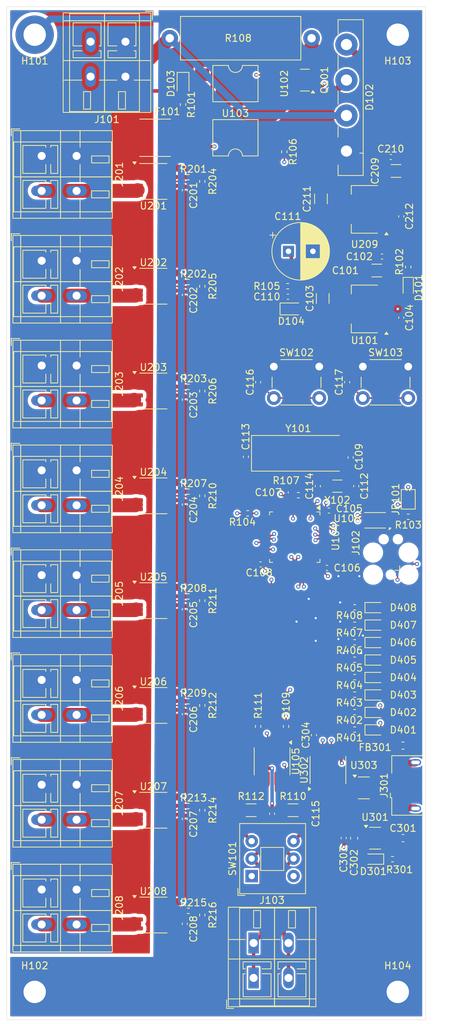
<source format=kicad_pcb>
(kicad_pcb (version 20240108) (generator "pcbnew") (generator_version "8.0")
  (layers (0 "F.Cu" signal) (1 "In1.Cu" signal) (2 "In2.Cu" signal) (31 "B.Cu" signal) (34 "B.Paste" user) (35 "F.Paste" user) (36 "B.SilkS" user "B.Silkscreen") (37 "F.SilkS" user "F.Silkscreen") (38 "B.Mask" user) (39 "F.Mask" user) (44 "Edge.Cuts" user))
  (net 0 "")
  (net 1 "GND")
  (net 2 "+3V3")
  (net 3 "+15V")
  (net 4 "Net-(U104-PD0)")
  (net 5 "Net-(D104-K)")
  (net 6 "+BATT")
  (net 7 "Net-(U104-PC14)")
  (net 8 "Net-(U104-PD1)")
  (net 9 "Net-(U104-PC15)")
  (net 10 "Net-(U105-SPLIT)")
  (net 11 "/~{RST}")
  (net 12 "/BTN")
  (net 13 "Net-(U201-FILTER)")
  (net 14 "Net-(U202-FILTER)")
  (net 15 "Net-(U203-FILTER)")
  (net 16 "Net-(U204-FILTER)")
  (net 17 "Net-(U205-FILTER)")
  (net 18 "Net-(U206-FILTER)")
  (net 19 "Net-(U207-FILTER)")
  (net 20 "+5V")
  (net 21 "Net-(J301-VBUS)")
  (net 22 "Net-(D301-A)")
  (net 23 "Net-(U302-V3)")
  (net 24 "Net-(D101-K)")
  (net 25 "-VSW")
  (net 26 "Net-(Q101-C)")
  (net 27 "Net-(D103-K)")
  (net 28 "Net-(D301-K)")
  (net 29 "Net-(D401-K)")
  (net 30 "/LED/LED1")
  (net 31 "Net-(D402-K)")
  (net 32 "/LED/LED2")
  (net 33 "Net-(D403-K)")
  (net 34 "/LED/LED3")
  (net 35 "/LED/LED4")
  (net 36 "Net-(D404-K)")
  (net 37 "Net-(D405-K)")
  (net 38 "/LED/LED5")
  (net 39 "Net-(D406-K)")
  (net 40 "/LED/LED6")
  (net 41 "Net-(D407-K)")
  (net 42 "/LED/LED7")
  (net 43 "Net-(D408-K)")
  (net 44 "/LED/LED8")
  (net 45 "+VSW")
  (net 46 "Net-(J301-Shield)")
  (net 47 "/SWO")
  (net 48 "/SWDIO")
  (net 49 "/SWCLK")
  (net 50 "Net-(J103-Pin_2)")
  (net 51 "Net-(J103-Pin_1)")
  (net 52 "Net-(J201-Pin_2)")
  (net 53 "Net-(U208-FILTER)")
  (net 54 "Net-(J202-Pin_2)")
  (net 55 "Net-(J203-Pin_2)")
  (net 56 "Net-(J204-Pin_2)")
  (net 57 "Net-(J205-Pin_2)")
  (net 58 "Net-(J206-Pin_2)")
  (net 59 "Net-(J207-Pin_2)")
  (net 60 "Net-(J208-Pin_2)")
  (net 61 "Net-(U208-VIOUT)")
  (net 63 "Net-(J301-D+)")
  (net 64 "Net-(J301-D-)")
  (net 65 "/BOOT0")
  (net 66 "Net-(Q101-E)")
  (net 67 "Net-(Q101-B)")
  (net 68 "/PROBE")
  (net 69 "Net-(R106-Pad2)")
  (net 70 "/ACK")
  (net 71 "Net-(U105-TXD)")
  (net 72 "/CAN_TX")
  (net 73 "Net-(R110-Pad1)")
  (net 74 "/CAN_RX")
  (net 75 "Net-(U105-RXD)")
  (net 76 "Net-(R112-Pad2)")
  (net 77 "Net-(U201-VIOUT)")
  (net 78 "/SENSE6")
  (net 79 "/SENSE0")
  (net 80 "Net-(U202-VIOUT)")
  (net 81 "/SENSE4")
  (net 82 "Net-(U203-VIOUT)")
  (net 83 "Net-(U204-VIOUT)")
  (net 84 "/SENSE7")
  (net 85 "Net-(U205-VIOUT)")
  (net 86 "/SENSE1")
  (net 87 "Net-(U206-VIOUT)")
  (net 88 "/SENSE5")
  (net 89 "/SENSE2")
  (net 90 "Net-(U207-VIOUT)")
  (net 91 "/SENSE3")
  (net 94 "/Serial/RXD")
  (net 96 "/STB")
  (net 97 "/SCL")
  (net 101 "/SDA")
  (net 102 "/Serial/TXD")
  (net 108 "Net-(U302-UD+)")
  (net 109 "Net-(U302-UD-)")
  (footprint "Capacitor_SMD:C_0402_1005Metric" (layer "F.Cu") (at 126.15 102.1125)
    (property "Reference" "C105")
    (property "Value" "100n")
  )
  (footprint "Capacitor_SMD:C_0402_1005Metric" (layer "F.Cu") (at 124 134.25 90)
    (property "Reference" "C304")
    (property "Value" "100n")
  )
  (footprint "Package_SO:SOIC-8_3.9x4.9mm_P1.27mm" (layer "F.Cu") (at 101 160)
    (property "Reference" "U208")
    (property "Value" "ACS712ELCTR-05B")
  )
  (footprint "TerminalBlock_WAGO:TerminalBlock_WAGO_236-402_1x02_P5.00mm_45Degree" (layer "F.Cu") (at 90 66.35 -90)
    (property "Reference" "J202")
    (property "Value" "track5")
  )
  (footprint "TerminalBlock_WAGO:TerminalBlock_WAGO_236-402_1x02_P5.00mm_45Degree" (layer "F.Cu") (at 90 141.35 -90)
    (property "Reference" "J207")
    (property "Value" "track3")
  )
  (footprint "Capacitor_SMD:C_0402_1005Metric" (layer "F.Cu") (at 125.85 110.3125)
    (property "Reference" "C106")
    (property "Value" "100n")
  )
  (footprint "Button_Switch_THT:SW_PUSH_6mm" (layer "F.Cu") (at 131 81.5)
    (property "Reference" "SW103")
    (property "Value" "User")
  )
  (footprint "Resistor_SMD:R_0402_1005Metric" (layer "F.Cu") (at 129.825 130.955 180)
    (property "Reference" "R402")
    (property "Value" "1k")
  )
  (footprint "Button_Switch_THT:SW_PUSH_6mm" (layer "F.Cu") (at 118.25 81.5)
    (property "Reference" "SW102")
    (property "Value" "Reset")
  )
  (footprint "Package_SO:SOP-8_3.9x4.9mm_P1.27mm" (layer "F.Cu") (at 126 139.25 90)
    (property "Reference" "U302")
    (property "Value" "CH340N")
  )
  (footprint "Diode_SMD:D_SOD-323" (layer "F.Cu") (at 120.75 73.25)
    (property "Reference" "D104")
    (property "Value" "1N4148WS")
  )
  (footprint "MountingHole:MountingHole_3.2mm_M3_ISO14580_Pad" (layer "F.Cu") (at 136 34 180)
    (property "Reference" "H103")
    (property "Value" "~")
  )
  (footprint "Resistor_SMD:R_0402_1005Metric" (layer "F.Cu") (at 106 54.4)
    (property "Reference" "R201")
    (property "Value" "2k")
  )
  (footprint "Connector:Tag-Connect_TC2030-IDC-FP_2x03_P1.27mm_Vertical" (layer "F.Cu") (at 135 108.75 90)
    (property "Reference" "J102")
    (property "Value" "Debug")
  )
  (footprint "Resistor_SMD:R_0402_1005Metric" (layer "F.Cu") (at 106 159.4)
    (property "Reference" "R215")
    (property "Value" "2k")
  )
  (footprint "Package_SO:SOIC-8_3.9x4.9mm_P1.27mm" (layer "F.Cu") (at 101 85)
    (property "Reference" "U203")
    (property "Value" "ACS712ELCTR-05B")
  )
  (footprint "TerminalBlock_WAGO:TerminalBlock_WAGO_236-402_1x02_P5.00mm_45Degree" (layer "F.Cu") (at 90 156.35 -90)
    (property "Reference" "J208")
    (property "Value" "track4")
  )
  (footprint "LED_SMD:LED_0603_1608Metric" (layer "F.Cu") (at 137.5 70.2125 -90)
    (property "Reference" "D101")
    (property "Value" "LED")
  )
  (footprint "Crystal:Crystal_SMD_3215-2Pin_3.2x1.5mm" (layer "F.Cu") (at 127.35 98.6125 180)
    (property "Reference" "Y102")
    (property "Value" "32k")
  )
  (footprint "Capacitor_SMD:C_0402_1005Metric" (layer "F.Cu") (at 105.5 131.25 -90)
    (property "Reference" "C206")
    (property "Value" "100n")
  )
  (footprint "Resistor_SMD:R_0402_1005Metric" (layer "F.Cu") (at 129.825 133.455 180)
    (property "Reference" "R401")
    (property "Value" "1k")
  )
  (footprint "LED_SMD:LED_0603_1608Metric" (layer "F.Cu") (at 132.7875 131)
    (property "Reference" "D402")
    (property "Value" "LED")
  )
  (footprint "Capacitor_SMD:C_1206_3216Metric" (layer "F.Cu") (at 125 57.5 90)
    (property "Reference" "C211")
    (property "Value" "10µ")
  )
  (footprint "Resistor_SMD:R_0402_1005Metric" (layer "F.Cu") (at 129.825 115.955 180)
    (property "Reference" "R408")
    (property "Value" "1k")
  )
  (footprint "Capacitor_SMD:C_0402_1005Metric" (layer "F.Cu") (at 105.5 71.25 -90)
    (property "Reference" "C202")
    (property "Value" "100n")
  )
  (footprint "Capacitor_SMD:C_0402_1005Metric" (layer "F.Cu") (at 128.25 148.98 90)
    (property "Reference" "C303")
    (property "Value" "100n")
  )
  (footprint "Capacitor_SMD:C_0402_1005Metric" (layer "F.Cu") (at 105.5 86.25 -90)
    (property "Reference" "C203")
    (property "Value" "100n")
  )
  (footprint "Capacitor_SMD:C_0402_1005Metric" (layer "F.Cu") (at 135 51.5)
    (property "Reference" "C210")
    (property "Value" "100n")
  )
  (footprint "Diode_SMD:D_SOD-323" (layer "F.Cu") (at 105.25 41 -90)
    (property "Reference" "D103")
    (property "Value" "1N4148WS")
  )
  (footprint "Fuse:Fuse_2920_7451Metric" (layer "F.Cu") (at 101.25 48.75)
    (property "Reference" "F101")
    (property "Value" "Polyfuse_Small")
  )
  (footprint "Package_TO_SOT_SMD:SOT-23" (layer "F.Cu") (at 122.6875 40.5 180)
    (property "Reference" "Q101")
    (property "Value" "BC860")
  )
  (footprint "Capacitor_SMD:C_1206_3216Metric" (layer "F.Cu") (at 133 67.75 180)
    (property "Reference" "C101")
    (property "Value" "10µ")
  )
  (footprint "TerminalBlock_WAGO:TerminalBlock_WAGO_236-402_1x02_P5.00mm_45Degree" (layer "F.Cu") (at 115.35 164)
    (property "Reference" "J103")
    (property "Value" "CAN")
  )
  (footprint "LED_SMD:LED_0603_1608Metric" (layer "F.Cu") (at 132.7875 121)
    (property "Reference" "D406")
    (property "Value" "LED")
  )
  (footprint "Package_DIP:SMDIP-4_W9.53mm" (layer "F.Cu") (at 112.75 41)
    (property "Reference" "U102")
    (property "Value" "EL817S1(C)(TU)-F")
  )
  (footprint "Resistor_SMD:R_0402_1005Metric" (layer "F.Cu") (at 106 69.4)
    (property "Reference" "R202")
    (property "Value" "2k")
  )
  (footprint "Package_SO:SOIC-8_3.9x4.9mm_P1.27mm" (layer "F.Cu") (at 101 70)
    (property "Reference" "U202")
    (property "Value" "ACS712ELCTR-05B")
  )
  (footprint "Resistor_SMD:R_0402_1005Metric" (layer "F.Cu") (at 129.825 123.455 180)
    (property "Reference" "R405")
    (property "Value" "1k")
  )
  (footprint "Capacitor_SMD:C_0402_1005Metric" (layer "F.Cu") (at 105.5 161.25 -90)
    (property "Reference" "C208")
    (property "Value" "100n")
  )
  (footprint "Resistor_SMD:R_0402_1005Metric" (layer "F.Cu") (at 106 84.4)
    (property "Reference" "R203")
    (property "Value" "2k")
  )
  (footprint "Package_TO_SOT_SMD:SOT-23-3" (layer "F.Cu") (at 132.75 149)
    (property "Reference" "U301")
    (property "Value" "XC6206P332MR")
  )
  (footprint "Resistor_SMD:R_0402_1005Metric" (layer "F.Cu") (at 135.25 152 180)
    (property "Reference" "R301")
    (property "Value" "1k")
  )
  (footprint "Package_SO:SOIC-8_3.9x4.9mm_P1.27mm" (layer "F.Cu") (at 101 115)
    (property "Reference" "U205")
    (property "Value" "ACS712ELCTR-05B")
  )
  (footprint "Package_SO:SOIC-8_3.9x4.9mm_P1.27mm" (layer "F.Cu") (at 118 138 -90)
    (property "Reference" "U105")
    (property "Value" "TJA1042T")
  )
  (footprint "MountingHole:MountingHole_3.2mm_M3_ISO14580_Pad" (layer "F.Cu") (at 84 34 180)
    (property "Reference" "H101")
    (property "Value" "~")
  )
  (footprint "Package_QFP:LQFP-48_7x7mm_P0.5mm" (layer "F.Cu") (at 121.25 105.9125 -90)
    (property "Reference" "U104")
    (property "Value" "STM32F103CBTx")
  )
  (footprint "Capacitor_SMD:C_0402_1005Metric" (layer "F.Cu") (at 116.35 109.8125 180)
    (property "Reference" "C108")
    (property "Value" "100n")
  )
  (footprint "LED_SMD:LED_0603_1608Metric" (layer "F.Cu") (at 132.7875 128.5)
    (property "Reference" "D403")
    (property "Value" "LED")
  )
  (footprint "Resistor_SMD:R_0402_1005Metric" (layer "F.Cu") (at 108 145 90)
    (property "Reference" "R214")
    (property "Value" "10k")
  )
  (footprint "Resistor_SMD:R_0402_1005Metric" (layer "F.Cu") (at 129.825 128.455 180)
    (property "Reference" "R403")
    (property "Value" "1k")
  )
  (footprint "Resistor_SMD:R_1206_3216Metric" (layer "F.Cu") (at 121 145 180)
    (property "Reference" "R110")
    (property "Value" "60")
  )
  (footprint "Resistor_SMD:R_0402_1005Metric" (layer "F.Cu") (at 119.75 50.75 90)
    (property "Reference" "R106")
    (property "Value" "1k")
  )
  (footprint "Resistor_SMD:R_1206_3216Metric" (layer "F.Cu") (at 115 145 180)
    (property "Reference" "R112")
    (property "Value" "60")
  )
  (footprint "Resistor_SMD:R_0402_1005Metric" (layer "F.Cu") (at 108 100 90)
    (property "Reference" "R210")
    (property "Value" "10k")
  )
  (footprint "LED_SMD:LED_0603_1608Metric" (layer "F.Cu") (at 132.7875 126)
    (property "Reference" "D404")
    (property "Value" "LED")
  )
  (footprint "Resistor_SMD:R_0402_1005Metric" (layer "F.Cu") (at 121.76 99.9125 180)
    (property "Reference" "R107")
    (property "Value" "1M")
  )
  (footprint "Resistor_SMD:R_0402_1005Metric" (layer "F.Cu") (at 129.825 125.955 180)
    (property "Reference" "R404")
    (property "Value" "1k")
  )
  (footprint "Capacitor_SMD:C_0402_1005Metric" (layer "F.Cu") (at 129.25 94.5125 90)
    (property "Reference" "C109")
    (property "Value" "20p")
  )
  (footprint "LED_SMD:LED_0603_1608Metric" (layer "F.Cu") (at 132.7875 118.5)
    (property "Reference" "D407")
    (property "Value" "LED")
  )
  (footprint "TerminalBlock_WAGO:TerminalBlock_WAGO_236-402_1x02_P5.00mm_45Degree" (layer "F.Cu") (at 90 126.35 -90)
    (property "Reference" "J206")
    (property "Value" "track8")
  )
  (footprint "Capacitor_SMD:C_0402_1005Metric" (layer "F.Cu") (at 128.75 83.73 90)
    (property "Reference" "C117")
    (property "Value" "100n")
  )
  (footprint "Resistor_SMD:R_0402_1005Metric" (layer "F.Cu") (at 108 70 90)
    (property "Reference" "R205")
    (property "Value" "10k")
  )
  (footprint "Resistor_SMD:R_0402_1005Metric" (layer "F.Cu") (at 114.5 102.5 180)
    (property "Reference" "R104")
    (property "Value" "1k")
  )
  (footprint "TerminalBlock_WAGO:TerminalBlock_WAGO_236-402_1x02_P5.00mm_45Degree" (layer "F.Cu") (at 90 111.35 -90)
    (property "Reference" "J205")
    (property "Value" "track6")
  )
  (footprint "Capacitor_SMD:C_0402_1005Metric" (layer "F.Cu") (at 114.25 94.4125 90)
    (property "Reference" "C113")
    (property "Value" "20p")
  )
  (footprint "TerminalBlock_WAGO:TerminalBlock_WAGO_236-402_1x02_P5.00mm_45Degree" (layer "F.Cu") (at 90 51.35 -90)
    (property "Reference" "J201")
    (property "Value" "track1")
  )
  (footprint "TerminalBlock_WAGO:TerminalBlock_WAGO_236-402_1x02_P5.00mm_45Degree" (layer "F.Cu") (at 90 81.35 -90)
    (property "Reference" "J203")
    (property "Value" "track7")
  )
  (footprint "Capacitor_SMD:C_0402_1005Metric" (layer "F.Cu") (at 120.27 71.5)
    (property "Reference" "C110")
    (property "Value" "100n")
  )
  (footprint "Capacitor_THT:CP_Radial_D8.0mm_P3.50mm" (layer "F.Cu") (at 120.347349 65)
    (property "Reference" "C111")
    (property "Value" "1F")
  )
  (footprint "Connector_USB:USB_Micro-B_Amphenol_10118193-0001LF_Horizontal" (layer "F.Cu") (at 138.55 141.45 90)
    (property "Reference" "J301")
    (property "Value" "USB_B_Micro")
  )
  (footprint "Resistor_SMD:R_0402_1005Metric" (layer "F.Cu") (at 116 133 90)
    (property "Reference" "R111")
    (property "Value" "100")
  )
  (footprint "Package_TO_SOT_SMD:SOT-223-3_TabPin2" (layer "F.Cu") (at 131.25 59 180)
    (property "Reference" "U209")
    (property "Value" "AMS1117-5.0")
  )
  (footprint "Resistor_SMD:R_0402_1005Metric" (layer "F.Cu") (at 108 85 90)
    (property "Reference" "R206")
    (property "Value" "10k")
  )
  (footprint "Package_SO:SOIC-8_3.9x4.9mm_P1.27mm" (layer "F.Cu") (at 101 145)
    (property "Reference" "U207")
    (property "Value" "ACS712ELCTR-05B")
  )
  (footprint "Capacitor_SMD:C_0603_1608Metric" (layer "F.Cu") (at 136.75 149)
    (property "Reference" "C301")
    (property "Value" "1µ")
  )
  (footprint "Resistor_SMD:R_0402_1005Metric" (layer "F.Cu") (at 129.825 118.455 180)
    (property "Reference" "R407")
    (property "Value" "1k")
  )
  (footprint "Capacitor_SMD:C_0402_1005Metric" (layer "F.Cu") (at 105.5 56.25 -90)
    (property "Reference" "C201")
    (property "Value" "100n")
  )
  (footprint "MountingHole:MountingHole_3.2mm_M3_ISO14580_Pad" (layer "F.Cu") (at 136 171)
    (property "Reference" "H104")
    (property "Value" "~")
  )
  (footprint "Resistor_SMD:R_0402_1005Metric" (layer "F.Cu") (at 105.25 44 -90)
    (property "Reference" "R101")
    (property "Value" "1k")
  )
  (footprint "Crystal:Crystal_SMD_HC49-SD" (layer "F.Cu") (at 121.75 93.9125)
    (property "Reference" "Y101")
    (property "Value" "8MHz")
  )
  (footprint "Package_SO:SOIC-8_3.9x4.9mm_P1.27mm" (layer "F.Cu") (at 101 130)
    (property "Reference" "U206")
    (property "Value" "ACS712ELCTR-05B")
  )
  (footprint "Resistor_SMD:R_0402_1005Metric" (layer "F.Cu") (at 120.24 70)
    (property "Reference" "R105")
    (property "Value" "1k")
  )
  (footprint "Inductor_SMD:L_0603_1608Metric" (layer "F.Cu") (at 136.75 135.75)
    (property "Reference" "FB301")
    (property "Value" "FerriteBead_Small")
  )
  (footprint "MountingHole:MountingHole_3.2mm_M3_ISO14580_Pad" (layer "F.Cu") (at 84 171)
    (property "Reference" "H102")
    (property "Value" "~")
  )
  (footprint "Resistor_SMD:R_0402_1005Metric" (layer "F.Cu") (at 137.495 67.2525 90)
    (property "Reference" "R102")
    (property "Value" "1k")
  )
  (footprint "Resistor_SMD:R_0402_1005Metric" (layer "F.Cu") (at 137.5 103 180)
    (property "Reference" "R103")
    (property "Value" "10k")
  )
  (footprint "Diode_THT:Diode_Bridge_Vishay_GBU" (layer "F.Cu") (at 128.65 50.65 90)
    (property "Reference" "D102")
    (property "Value" "GBU8A")
  )
  (footprint "LED_SMD:LED_0603_1608Metric" (layer "F.Cu") (at 132.5 152 180)
    (property "Reference" "D301")
    (property "Value" "LED")
  )
  (footprint "Package_SO:SOIC-8_3.9x4.9mm_P1.27mm" (layer "F.Cu") (at 101 55)
    (property "Reference" "U201")
    (property "Value" "ACS712ELCTR-05B")
  )
  (footprint "Resistor_SMD:R_0402_1005Metric" (layer "F.Cu") (at 108 130 90)
    (property "Reference" "R212")
    (property "Value" "10k")
  )
  (footprint "Resistor_SMD:R_0402_1005Metric" (layer "F.Cu") (at 108 115 90)
    (property "Reference" "R211")
    (property "Value" "10k")
  )
  (footprint "Resistor_SMD:R_0402_1005Metric" (layer "F.Cu") (at 106 144.4)
    (property "Reference" "R213")
    (property "Value" "2k")
  )
  (footprint "Resistor_THT:R_Axial_DIN0617_L17.0mm_D6.0mm_P20.32mm_Horizontal" (layer "F.Cu") (at 123.66 34.5 180)
    (property "Reference" "R108")
    (property "Value" "100")
  )
  (footprint "Capacitor_SMD:C_0402_1005Metric" (layer "F.Cu") (at 133.75 65.75 180)
    (property "Reference" "C102")
    (property "Value" "100n")
  )
  (footprint "TerminalBlock_WAGO:TerminalBlock_WAGO_236-402_1x02_P5.00mm_45Degree" (layer "F.Cu") (at 97 40 180)
    (property "Reference" "J101")
    (property "Value" "Power IN")
  )
  (footprint "Capacitor_SMD:C_0603_1608Metric" (layer "F.Cu") (at 129.75 149 90)
    (property "Reference" "C302")
    (property "Value" "1µ")
  )
  (footprint "Capacitor_SMD:C_0402_1005Metric" (layer "F.Cu") (at 119.95 99.5125 90)
    (property "Reference" "C107")
    (property "Value" "100n")
  )
  (footprint "Package_DFN_QFN:DFN-8-1EP_3x2mm_P0.5mm_EP1.3x1.5mm" (layer "F.Cu") (at 132.75 103.5 180)
    (property "Reference" "U106")
    (property "Value" "ATECC608B-MAVDA-S")
  )
  (footprint "TerminalBlock_WAGO:TerminalBlock_WAGO_236-402_1x02_P5.00mm_45Degree" (layer "F.Cu") (at 90 96.35 -90)
    (property "Reference" "J204")
    (property "Value" "track2")
  )
  (footprint "Capacitor_SMD:C_0402_1005Metric" (layer "F.Cu") (at 136.5 60 -90)
    (property "Reference" "C212")
    (property "Value" "100n")
  )
  (footprint "Resistor_SMD:R_0402_1005Metric" (layer "F.Cu") (at 129.825 120.955 180)
    (property "Reference" "R406")
    (property "Value" "1k")
  )
  (footprint "Capacitor_SMD:C_0402_1005Metric" (layer "F.Cu") (at 118 145.5 90)
    (property "Reference" "C115")
    (property "Value" "4n7")
  )
  (footprint "Package_TO_SOT_SMD:SOT-23-6" (layer "F.Cu") (at 131.1375 141.8)
    (property "Reference" "U303")
    (property "Value" "USBLC6-2SC6")
  )
  (footprint "Package_DIP:SMDIP-4_W9.53mm" (layer "F.Cu") (at 112.75 48.75 180)
    (property "Reference" "U103")
    (property "Value" "EL817S1(C)(TU)-F")
  )
  (footprint "LED_SMD:LED_0603_1608Metric" (layer "F.Cu") (at 132.7875 133.5)
    (property "Reference" "D401")
    (property "Value" "LED")
  )
  (footprint "Capacitor_SMD:C_0402_1005Metric" (layer "F.Cu") (at 105.5 116.25 -90)
    (property "Reference" "C205")
    (property "Value" "100n")
  )
  (footprint "Resistor_SMD:R_0402_1005Metric" (layer "F.Cu") (at 108 160 90)
    (property "Reference" "R216")
    (property "Value" "10k")
  )
  (footprint "Capacitor_SMD:C_0402_1005Metric" (layer "F.Cu") (at 105.5 146.25 -90)
    (property "Reference" "C207")
    (property "Value" "100n")
  )
  (footprint "LED_SMD:LED_0603_1608Metric" (layer "F.Cu") (at 132.7875 123.5)
    (property "Reference" "D405")
    (property "Value" "LED")
  )
  (footprint "Resistor_SMD:R_0402_1005Metric" (layer "F.Cu") (at 106 114.4)
    (property "Reference" "R208")
    (property "Value" "2k")
  )
  (footprint "Resistor_SMD:R_0402_1005Metric" (layer "F.Cu") (at 120 133 90)
    (property "Reference" "R109")
    (property "Value" "100")
  )
  (footprint "Package_TO_SOT_SMD:SOT-223-3_TabPin2" (layer "F.Cu") (at 131.25 73.25 180)
    (property "Reference" "U101")
    (property "Value" "AMS1117-3.3")
  )
  (footprint "Capacitor_SMD:C_0402_1005Metric" (layer "F.Cu") (at 130.05 98.6125 -90)
    (property "Reference" "C112")
    (property "Value" "12p")
  )
  (footprint "Capacitor_SMD:C_0402_1005Metric" (layer "F.Cu") (at 116 83.73 90)
    (property "Reference" "C116")
    (property "Value" "100n")
  )
  (footprint "Capacitor_SMD:C_0402_1005Metric" (layer "F.Cu") (at 105.5 101.25 -90)
    (property "Reference" "C204")
    (property "Value" "100n")
  )
  (footprint "Capacitor_SMD:C_0402_1005Metric" (layer "F.Cu") (at 124.55 98.6125 -90)
    (property "Reference" "C114")
    (property "Value" "12p")
  )
  (footprint "LED_SMD:LED_0603_1608Metric" (layer "F.Cu") (at 132.7875 116)
    (property "Reference" "D408")
    (property "Value" "LED")
  )
  (footprint "Jumper:SolderJumper-2_P1.3mm_Open_Pad1.0x1.5mm" (layer "F.Cu") (at 137.5 100.5 90)
    (property "Reference" "JP101")
    (property "Value" "Boot0")
  )
  (footprint "Capacitor_SMD:C_1206_3216Metric" (layer "F.Cu") (at 135.75 53.5)
    (property "Reference" "C209")
    (property "Value" "10µ")
  )
  (footprint "Resistor_SMD:R_0402_1005Metric" (layer "F.Cu") (at 108 55 90)
    (property "Reference" "R204")
    (property "Value" "10k")
  )
  (footprint "Package_SO:SOIC-8_3.9x4.9mm_P1.27mm" (layer "F.Cu") (at 101 100)
    (property "Reference" "U204")
    (property "Value" "ACS712ELCTR-05B")
  )
  (footprint "Resistor_SMD:R_0402_1005Metric" (layer "F.Cu") (at 106 99.4)
    (property "Reference" "R207")
    (property "Value" "2k")
  )
  (footprint "Resistor_SMD:R_0402_1005Metric" (layer "F.Cu") (at 106 129.4)
    (property "Reference" "R209")
    (property "Value" "2k")
  )
  (footprint "Button_Switch_THT:SW_Push_2P2T_Toggle_CK_PVA2xxH1xxxxxxV2" (layer "F.Cu") (at 115.0775 154.4225 90)
    (property "Reference" "SW101")
    (property "Value" "Term")
  )
  (footprint "Capacitor_SMD:C_0402_1005Metric" (layer "F.Cu") (at 136.5 74.5 -90)
    (property "Reference" "C104")
    (property "Value" "100n")
  )
  (footprint "Capacitor_SMD:C_1206_3216Metric" (layer "F.Cu") (at 125.25 71.75 90)
    (property "Reference" "C103")
    (property "Value" "10µ")
  )
  (gr_line (start 80 30) (end 140 30) (stroke (width 0.05)) (layer "Edge.Cuts"))
  (gr_line (start 140 175) (end 80 175) (stroke (width 0.05)) (layer "Edge.Cuts"))
  (gr_line (start 140 175) (end 140 30) (stroke (width 0.05)) (layer "Edge.Cuts"))
  (gr_line (start 80 30) (end 80 175) (stroke (width 0.05)) (layer "Edge.Cuts"))
  (via (at 124.25 120.75) (size 0.6) (drill 0.3) (layers "F.Cu" "B.Cu") (net 1))
  (via (at 128.25 122.5) (size 0.6) (drill 0.3) (layers "F.Cu" "B.Cu") (net 1))
  (via (at 127.5 120.5) (size 0.6) (drill 0.3) (layers "F.Cu" "B.Cu") (net 1))
  (via (at 127.75 118) (size 0.6) (drill 0.3) (layers "F.Cu" "B.Cu") (net 1))
  (via (at 130.5 111.5) (size 0.6) (drill 0.3) (layers "F.Cu" "B.Cu") (net 1))
  (via (at 130.75 122.5) (size 0.6) (drill 0.3) (layers "F.Cu" "B.Cu") (net 1))
  (via (at 124.25 117.5) (size 0.6) (drill 0.3) (layers "F.Cu" "B.Cu") (net 1))
  (via (at 131 120) (size 0.6) (drill 0.3) (layers "F.Cu" "B.Cu") (net 1))
  (via (at 121.5 118) (size 0.6) (drill 0.3) (layers "F.Cu" "B.Cu") (net 1))
  (via (at 123.25 114.75) (size 0.6) (drill 0.3) (layers "F.Cu" "B.Cu") (net 1))
  (via (at 127.75 115.25) (size 0.6) (drill 0.3) (layers "F.Cu" "B.Cu") (net 1))
  (via (at 127.5 111.5) (size 0.6) (drill 0.3) (layers "F.Cu" "B.Cu") (net 1))
  (segment (start 86.25 31.75) (end 103.5 31.75) (width 1) (layer "B.Cu") (net 1))
  (segment (start 84 34) (end 86.25 31.75) (width 1) (layer "B.Cu") (net 1))
  (segment (start 134.4 73.25) (end 125.275 73.25) (width 1) (layer "F.Cu") (net 2))
  (segment (start 116.83 110.58) (end 117 110.75) (width 0.2) (layer "F.Cu") (net 2))
  (segment (start 136 73.25) (end 137.5 71.75) (width 1) (layer "F.Cu") (net 2))
  (segment (start 125.275 73.25) (end 125.25 73.225) (width 1) (layer "F.Cu") (net 2))
  (segment (start 137.5 71.75) (end 137.5 71) (width 1) (layer "F.Cu") (net 2))
  (segment (start 117.365 135.525) (end 117.365 134.115) (width 0.2) (layer "F.Cu") (net 2))
  (segment (start 116.83 109.8125) (end 116.83 110.58) (width 0.2) (layer "F.Cu") (net 2))
  (segment (start 134.4 73.25) (end 135.75 73.25) (width 1) (layer "F.Cu") (net 2))
  (segment (start 135.962165 112.017443) (end 135.962165 110.347165) (width 0.2) (layer "F.Cu") (net 2))
  (segment (start 126.511029 103.1625) (end 125.4125 103.1625) (width 0.2) (layer "F.Cu") (net 2))
  (segment (start 119.4925 99.9925) (end 119.25 99.75) (width 0.2) (layer "F.Cu") (net 2))
  (segment (start 125.67 102.1125) (end 125.67 101.08) (width 0.2) (layer "F.Cu") (net 2))
  (segment (start 135.75 73.25) (end 136 73.25) (width 1) (layer "F.Cu") (net 2))
  (segment (start 137.5 99.85) (end 137.5 98.75) (width 0.2) (layer "F.Cu") (net 2))
  (segment (start 125.37 110.3125) (end 125.37 110.87) (width 0.2) (layer "F.Cu") (net 2))
  (segment (start 120 101.75) (end 120 100.0425) (width 0.2) (layer "F.Cu") (net 2))
  (segment (start 125.37 110.87) (end 126 111.5) (width 0.2) (layer "F.Cu") (net 2))
  (segment (start 121.825 73.225) (end 121.8 73.25) (width 1) (layer "F.Cu") (net 2))
  (segment (start 131.3 104.25) (end 127.598529 104.25) (width 0.2) (layer "F.Cu") (net 2))
  (segment (start 125.67 101.08) (end 125.75 101) (width 0.2) (layer "F.Cu") (net 2))
  (segment (start 135.75 73.25) (end 136.5 74) (width 1) (layer "F.Cu") (net 2))
  (segment (start 124 110.075) (end 125.1325 110.075) (width 0.2) (layer "F.Cu") (net 2))
  (segment (start 119.95 99.9925) (end 119.4925 99.9925) (width 0.2) (layer "F.Cu") (net 2))
  (segment (start 113.99 102.5) (end 113 102.5) (width 0.2) (layer "F.Cu") (net 2))
  (segment (start 127.598529 104.25) (end 126.511029 103.1625) (width 0.2) (layer "F.Cu") (net 2))
  (segment (start 117.365 134.115) (end 117.25 134) (width 0.2) (layer "F.Cu") (net 2))
  (segment (start 125.25 73.225) (end 121.825 73.225) (width 1) (layer "F.Cu") (net 2))
  (segment (start 135.962165 110.347165) (end 135.635 110.02) (width 0.2) (layer "F.Cu") (net 2))
  (segment (start 125.67 102.1125) (end 125.67 102.905) (width 0.2) (layer "F.Cu") (net 2))
  (segment (start 125.67 102.905) (end 125.4125 103.1625) (width 0.2) (layer "F.Cu") (net 2))
  (segment (start 117.0875 108.6625) (end 117.0875 109.555) (width 0.2) (layer "F.Cu") (net 2))
  (via (at 136 73.25) (size 0.6) (drill 0.3) (layers "F.Cu" "B.Cu") (net 2))
  (via (at 113 102.5) (size 0.6) (drill 0.3) (layers "F.Cu" "B.Cu") (net 2))
  (via (at 135.962165 112.017443) (size 0.6) (drill 0.3) (layers "F.Cu" "B.Cu") (net 2))
  (via (at 137.5 98.75) (size 0.6) (drill 0.3) (layers "F.Cu" "B.Cu") (net 2))
  (via (at 126 111.5) (size 0.6) (drill 0.3) (layers "F.Cu" "B.Cu") (net 2))
  (via (at 117.25 134) (size 0.6) (drill 0.3) (layers "F.Cu" "B.Cu") (net 2))
  (via (at 117 110.75) (size 0.6) (drill 0.3) (layers "F.Cu" "B.Cu") (net 2))
  (via (at 119.25 99.75) (size 0.6) (drill 0.3) (layers "F.Cu" "B.Cu") (net 2))
  (via (at 125.75 101) (size 0.6) (drill 0.3) (layers "F.Cu" "B.Cu") (net 2))
  (segment (start 134.275 41.035) (end 134.275 53.5) (width 1) (layer "F.Cu") (net 3))
  (segment (start 134.275 53.5) (end 134.275 56.575) (width 1) (layer "F.Cu") (net 3))
  (segment (start 137.7 59) (end 137.7 62.55) (width 1) (layer "F.Cu") (net 3))
  (segment (start 135.4 56.7) (end 137.7 59) (width 1) (layer "F.Cu") (net 3))
  (segment (start 134.475 65.775) (end 134.475 67.75) (width 1) (layer "F.Cu") (net 3))
  (segment (start 134.475 70.875) (end 134.4 70.95) (width 1) (layer "F.Cu") (net 3))
  (segment (start 128.65 35.41) (end 134.275 41.035) (width 1) (layer "F.Cu") (net 3))
  (segment (start 134.475 67.75) (end 134.475 70.875) (width 1) (layer "F.Cu") (net 3))
  (segment (start 134.275 56.575) (end 134.4 56.7) (width 1) (layer "F.Cu") (net 3))
  (segment (start 134.4 56.7) (end 135.4 56.7) (width 1) (layer "F.Cu") (net 3))
  (segment (start 137.7 62.55) (end 134.475 65.775) (width 1) (layer "F.Cu") (net 3))
  (segment (start 129.25 94.0325) (end 126.12 94.0325) (width 0.2) (layer "F.Cu") (net 4))
  (segment (start 122.27 99.9125) (end 122.27 97.6425) (width 0.2) (layer "F.Cu") (net 4))
  (segment (start 122 101.75) (end 122 100.1825) (width 0.2) (layer "F.Cu") (net 4))
  (segment (start 122.27 97.6425) (end 126 93.9125) (width 0.2) (layer "F.Cu") (net 4))
  (segment (start 126.12 94.0325) (end 126 93.9125) (width 0.2) (layer "F.Cu") (net 4))
  (segment (start 119.73 70) (end 119.73 73.22) (width 1) (layer "F.Cu") (net 5))
  (segment (start 119.73 73.22) (end 119.7 73.25) (width 1) (layer "F.Cu") (net 5))
  (segment (start 120.75 70) (end 120.75 65.402651) (width 0.5) (layer "F.Cu") (net 6))
  (segment (start 124 101.75) (end 124 101.25) (width 0.2) (layer "F.Cu") (net 6))
  (segment (start 124 101.25) (end 124.5 100.75) (width 0.2) (layer "F.Cu") (net 6))
  (segment (start 120.75 65.402651) (end 120.347349 65) (width 0.5) (layer "F.Cu") (net 6))
  (via (at 124.5 100.75) (size 0.6) (drill 0.3) (layers "F.Cu" "B.Cu") (net 6))
  (segment (start 123 100.98009) (end 124.16759 99.8125) (width 0.2) (layer "F.Cu") (net 7))
  (segment (start 123 101.75) (end 123 100.98009) (width 0.2) (layer "F.Cu") (net 7))
  (segment (start 130.05 99.0925) (end 129.08 99.0925) (width 0.2) (layer "F.Cu") (net 7))
  (segment (start 124.16759 99.8125) (end 127.4 99.8125) (width 0.2) (layer "F.Cu") (net 7))
  (segment (start 127.4 99.8125) (end 128.6 98.6125) (width 0.2) (layer "F.Cu") (net 7))
  (segment (start 121.25 99.9125) (end 121.25 97.6625) (width 0.2) (layer "F.Cu") (net 8))
  (segment (start 121.5 101.75) (end 121.5 100.1625) (width 0.2) (layer "F.Cu") (net 8))
  (segment (start 121.25 97.6625) (end 117.5 93.9125) (width 0.2) (layer "F.Cu") (net 8))
  (segment (start 117.48 93.9325) (end 117.5 93.9125) (width 0.2) (layer "F.Cu") (net 8))
  (segment (start 114.25 93.9325) (end 117.48 93.9325) (width 0.2) (layer "F.Cu") (net 8))
  (segment (start 122.5 101.75) (end 122.5 100.621424) (width 0.2) (layer "F.Cu") (net 9))
  (segment (start 122.5 100.621424) (end 124.028924 99.0925) (width 0.2) (layer "F.Cu") (net 9))
  (segment (start 124.028924 99.0925) (end 124.55 99.0925) (width 0.2) (layer "F.Cu") (net 9))
  (segment (start 124.55 99.0925) (end 125.62 99.0925) (width 0.2) (layer "F.Cu") (net 9))
  (segment (start 116.095 140.475) (end 116.095 139.500001) (width 0.5) (layer "F.Cu") (net 10))
  (segment (start 116.095 139.500001) (end 116.595001 139) (width 0.5) (layer "F.Cu") (net 10))
  (segment (start 116.4625 145) (end 119.5375 145) (width 0.5) (layer "F.Cu") (net 10))
  (segment (start 118 144) (end 118 145.02) (width 0.5) (layer "F.Cu") (net 10))
  (segment (start 116.595001 139) (end 118 139) (width 0.5) (layer "F.Cu") (net 10))
  (via (at 118 139) (size 0.6) (drill 0.3) (layers "F.Cu" "B.Cu") (net 10))
  (via (at 118 144) (size 0.6) (drill 0.3) (layers "F.Cu" "B.Cu") (net 10))
  (segment (start 118 139) (end 118 144) (width 0.5) (layer "B.Cu") (net 10))
  (segment (start 121 101.75) (end 121 103.25) (width 0.2) (layer "F.Cu") (net 11))
  (segment (start 118.25 86) (end 116.46 84.21) (width 0.2) (layer "F.Cu") (net 11))
  (segment (start 124.75 86) (end 118.25 86) (width 0.2) (layer "F.Cu") (net 11))
  (segment (start 135.635 108.75) (end 136.635 109.75) (width 0.2) (layer "F.Cu") (net 11))
  (segment (start 116.46 84.21) (end 116 84.21) (width 0.2) (layer "F.Cu") (net 11))
  (segment (start 136.635 109.75) (end 138.75 109.75) (width 0.2) (layer "F.Cu") (net 11))
  (via (at 121 103.25) (size 0.6) (drill 0.3) (layers "F.Cu" "B.Cu") (net 11))
  (via (at 138.75 109.75) (size 0.6) (drill 0.3) (layers "F.Cu" "B.Cu") (net 11))
  (segment (start 131 86) (end 129.21 84.21) (width 0.2) (layer "F.Cu") (net 12))
  (segment (start 123.5 101.75) (end 123.5 103.25) (width 0.2) (layer "F.Cu") (net 12))
  (segment (start 137.5 86) (end 131 86) (width 0.2) (layer "F.Cu") (net 12))
  (segment (start 129.21 84.21) (end 128.75 84.21) (width 0.2) (layer "F.Cu") (net 12))
  (via (at 123.5 103.25) (size 0.6) (drill 0.3) (layers "F.Cu" "B.Cu") (net 12))
  (segment (start 105.365 55.635) (end 105.5 55.77) (width 0.5) (layer "F.Cu") (net 13))
  (segment (start 103.475 55.635) (end 105.365 55.635) (width 0.5) (layer "F.Cu") (net 13))
  (segment (start 105.365 70.635) (end 105.5 70.77) (width 0.4) (layer "F.Cu") (net 14))
  (segment (start 103.475 70.635) (end 105.365 70.635) (width 0.4) (layer "F.Cu") (net 14))
  (segment (start 103.475 85.635) (end 105.365 85.635) (width 0.5) (layer "F.Cu") (net 15))
  (segment (start 105.365 85.635) (end 105.5 85.77) (width 0.5) (layer "F.Cu") (net 15))
  (segment (start 105.365 100.635) (end 105.5 100.77) (width 0.5) (layer "F.Cu") (net 16))
  (segment (start 103.475 100.635) (end 105.365 100.635) (width 0.5) (layer "F.Cu") (net 16))
  (segment (start 103.475 115.635) (end 105.365 115.635) (width 0.5) (layer "F.Cu") (net 17))
  (segment (start 105.365 115.635) (end 105.5 115.77) (width 0.5) (layer "F.Cu") (net 17))
  (segment (start 105.365 130.635) (end 105.5 130.77) (width 0.5) (layer "F.Cu") (net 18))
  (segment (start 103.475 130.635) (end 105.365 130.635) (width 0.5) (layer "F.Cu") (net 18))
  (segment (start 105.365 145.635) (end 105.5 145.77) (width 0.5) (layer "F.Cu") (net 19))
  (segment (start 103.475 145.635) (end 105.365 145.635) (width 0.5) (layer "F.Cu") (net 19))
  (segment (start 103.475 68.095) (end 104.905 68.095) (width 1) (layer "F.Cu") (net 20))
  (segment (start 104.905 98.095) (end 105 98) (width 1) (layer "F.Cu") (net 20))
  (segment (start 128.1 59) (end 125.025 59) (width 1) (layer "F.Cu") (net 20))
  (segment (start 104.905 113.095) (end 105 113) (width 1) (layer "F.Cu") (net 20))
  (segment (start 104.905 128.095) (end 105 128) (width 1) (layer "F.Cu") (net 20))
  (segment (start 104.905 68.095) (end 105 68) (width 1) (layer "F.Cu") (net 20))
  (segment (start 103.475 53.095) (end 105 53.095) (width 1) (layer "F.Cu") (net 20))
  (segment (start 125.025 59) (end 125 58.975) (width 1) (layer "F.Cu") (net 20))
  (segment (start 103.475 83.095) (end 104.905 83.095) (width 1) (layer "F.Cu") (net 20))
  (segment (start 103.475 143.095) (end 104.905 143.095) (width 1) (layer "F.Cu") (net 20))
  (segment (start 119.12 53.095) (end 125 58.975) (width 1) (layer "F.Cu") (net 20))
  (segment (start 105 53.095) (end 119.12 53.095) (width 1) (layer "F.Cu") (net 20))
  (segment (start 104.905 158.095) (end 105 158) (width 1) (layer "F.Cu") (net 20))
  (segment (start 134.4 59) (end 136 59) (width 1) (layer "F.Cu") (net 20))
  (segment (start 104.905 143.095) (end 105 143) (width 1) (layer "F.Cu") (net 20))
  (segment (start 103.475 113.095) (end 104.905 113.095) (width 1) (layer "F.Cu") (net 20))
  (segment (start 134.4 59) (end 128.1 59) (width 1) (layer "F.Cu") (net 20))
  (segment (start 103.475 158.095) (end 104.905 158.095) (width 1) (layer "F.Cu") (net 20))
  (segment (start 103.475 98.095) (end 104.905 98.095) (width 1) (layer "F.Cu") (net 20))
  (segment (start 104.905 83.095) (end 105 83) (width 1) (layer "F.Cu") (net 20))
  (segment (start 136 59) (end 136.5 59.5) (width 1) (layer "F.Cu") (net 20))
  (segment (start 103.475 128.095) (end 104.905 128.095) (width 1) (layer "F.Cu") (net 20))
  (via (at 105 83) (size 0.6) (drill 0.3) (layers "F.Cu" "B.Cu") (net 20))
  (via (at 105 68) (size 0.6) (drill 0.3) (layers "F.Cu" "B.Cu") (net 20))
  (via (at 105 128) (size 0.6) (drill 0.3) (layers "F.Cu" "B.Cu") (net 20))
  (via (at 105 158) (size 0.6) (drill 0.3) (layers "F.Cu" "B.Cu") (net 20))
  (via (at 105 113) (size 0.6) (drill 0.3) (layers "F.Cu" "B.Cu") (net 20))
  (via (at 105 53.095) (size 0.6) (drill 0.3) (layers "F.Cu" "B.Cu") (net 20))
  (via (at 105 98) (size 0.6) (drill 0.3) (layers "F.Cu" "B.Cu") (net 20))
  (via (at 105 143) (size 0.6) (drill 0.3) (layers "F.Cu" "B.Cu") (net 20))
  (segment (start 105 113) (end 105 128) (width 1) (layer "B.Cu") (net 20))
  (segment (start 105 143) (end 105 158) (width 1) (layer "B.Cu") (net 20))
  (segment (start 105 53.095) (end 105 68) (width 1) (layer "B.Cu") (net 20))
  (segment (start 105 98) (end 105 113) (width 1) (layer "B.Cu") (net 20))
  (segment (start 105 83) (end 105 98) (width 1) (layer "B.Cu") (net 20))
  (segment (start 105 68) (end 105 83) (width 1) (layer "B.Cu") (net 20))
  (segment (start 105 128) (end 105 143) (width 1) (layer "B.Cu") (net 20))
  (segment (start 135.875 142.75) (end 133.8875 144.7375) (width 0.4) (layer "F.Cu") (net 21))
  (segment (start 132.275 141.8) (end 131.612501 141.8) (width 0.4) (layer "F.Cu") (net 21))
  (segment (start 131.612501 141.8) (end 131.2125 142.200001) (width 0.4) (layer "F.Cu") (net 21))
  (segment (start 133.8875 149) (end 135.975 149) (width 0.4) (layer "F.Cu") (net 21))
  (segment (start 131.2125 143.131974) (end 132.818026 144.7375) (width 0.4) (layer "F.Cu") (net 21))
  (segment (start 131.2125 142.200001) (end 131.2125 143.131974) (width 0.4) (layer "F.Cu") (net 21))
  (segment (start 133.8875 144.7375) (end 133.8875 149) (width 0.4) (layer "F.Cu") (net 21))
  (segment (start 132.818026 144.7375) (end 133.8875 144.7375) (width 0.4) (layer "F.Cu") (net 21))
  (segment (start 127.905 136.625) (end 127.905 138.155) (width 0.4) (layer "F.Cu") (net 22))
  (segment (start 131.6125 151.9) (end 131.7125 152) (width 0.4) (layer "F.Cu") (net 22))
  (segment (start 131.6125 149.95) (end 129.925 149.95) (width 0.4) (layer "F.Cu") (net 22))
  (segment (start 129.925 149.95) (end 129.75 149.775) (width 0.4) (layer "F.Cu") (net 22))
  (segment (start 128.565 149.775) (end 128.25 149.46) (width 0.4) (layer "F.Cu") (net 22))
  (segment (start 127.905 138.155) (end 128 138.25) (width 0.4) (layer "F.Cu") (net 22))
  (segment (start 128.25 150.25) (end 128.25 149.75) (width 0.4) (layer "F.Cu") (net 22))
  (segment (start 129.75 149.775) (end 128.565 149.775) (width 0.4) (layer "F.Cu") (net 22))
  (segment (start 131.6125 149.95) (end 131.6125 151.9) (width 0.4) (layer "F.Cu") (net 22))
  (via (at 128 138.25) (size 0.6) (drill 0.3) (layers "F.Cu" "B.Cu") (net 22))
  (via (at 128.25 150.25) (size 0.6) (drill 0.3) (layers "F.Cu" "B.Cu") (net 22))
  (segment (start 124.095 134.825) (end 124 134.73) (width 0.4) (layer "F.Cu") (net 23))
  (segment (start 124.095 136.625) (end 124.095 134.825) (width 0.4) (layer "F.Cu") (net 23))
  (segment (start 137.495 69.42) (end 137.5 69.425) (width 0.5) (layer "F.Cu") (net 24))
  (segment (start 137.495 67.7625) (end 137.495 69.42) (width 0.5) (layer "F.Cu") (net 24))
  (segment (start 105.25 42.05) (end 99.05 42.05) (width 0.5) (layer "F.Cu") (net 25))
  (segment (start 105.25 42.05) (end 107.765 42.05) (width 0.5) (layer "F.Cu") (net 25))
  (segment (start 97 40) (end 97.84 40) (width 2) (layer "F.Cu") (net 25))
  (segment (start 107.765 42.05) (end 107.985 42.27) (width 0.5) (layer "F.Cu") (net 25))
  (segment (start 97.84 40) (end 103.34 34.5) (width 2) (layer "F.Cu") (net 25))
  (segment (start 99.05 42.05) (end 97 40) (width 0.5) (layer "F.Cu") (net 25))
  (segment (start 128.65 45.57) (end 114.41 45.57) (width 1) (layer "B.Cu") (net 25))
  (segment (start 114.41 45.57) (end 103.34 34.5) (width 1) (layer "B.Cu") (net 25))
  (segment (start 121.45 40.8) (end 121.75 40.5) (width 2) (layer "F.Cu") (net 26))
  (segment (start 121.45 42.05) (end 121.45 40.8) (width 2) (layer "F.Cu") (net 26))
  (segment (start 107.985 47.48) (end 105.9075 47.48) (width 2) (layer "F.Cu") (net 26))
  (segment (start 107.985 47.48) (end 110.075 45.39) (width 2) (layer "F.Cu") (net 26))
  (segment (start 121.85 42.45) (end 121.45 42.05) (width 1) (layer "F.Cu") (net 26))
  (segment (start 105.25 44.51) (end 105.25 48.1375) (width 0.5) (layer "F.Cu") (net 26))
  (segment (start 105.25 48.1375) (end 104.6375 48.75) (width 0.5) (layer "F.Cu") (net 26))
  (segment (start 118.11 45.39) (end 121.45 42.05) (width 2) (layer "F.Cu") (net 26))
  (segment (start 128.65 40.49) (end 126.69 42.45) (width 1) (layer "F.Cu") (net 26))
  (segment (start 105.9075 47.48) (end 104.6375 48.75) (width 2) (layer "F.Cu") (net 26))
  (segment (start 126.69 42.45) (end 121.85 42.45) (width 1) (layer "F.Cu") (net 26))
  (segment (start 110.075 45.39) (end 118.11 45.39) (width 2) (layer "F.Cu") (net 26))
  (segment (start 108.235 39.73) (end 109.435 40.93) (width 0.5) (layer "F.Cu") (net 27))
  (segment (start 107.985 39.73) (end 108.235 39.73) (width 0.5) (layer "F.Cu") (net 27))
  (segment (start 109.435 43.61) (end 109.295 43.75) (width 0.5) (layer "F.Cu") (net 27))
  (segment (start 105.51 43.75) (end 105.25 43.49) (width 0.5) (layer "F.Cu") (net 27))
  (segment (start 109.435 40.93) (end 109.435 43.61) (width 0.5) (layer "F.Cu") (net 27))
  (segment (start 109.295 43.75) (end 105.51 43.75) (width 0.5) (layer "F.Cu") (net 27))
  (segment (start 105.25 39.95) (end 107.765 39.95) (width 0.5) (layer "F.Cu") (net 27))
  (segment (start 107.765 39.95) (end 107.985 39.73) (width 0.5) (layer "F.Cu") (net 27))
  (segment (start 134.74 152) (end 133.2875 152) (width 0.4) (layer "F.Cu") (net 28))
  (segment (start 131.955 133.455) (end 132 133.5) (width 0.2) (layer "F.Cu") (net 29))
  (segment (start 130.335 133.455) (end 131.955 133.455) (width 0.2) (layer "F.Cu") (net 29))
  (segment (start 133.575 132.575) (end 133.5 132.5) (width 0.2) (layer "F.Cu") (net 30))
  (segment (start 126.725737 105.074266) (end 126.313971 104.6625) (width 0.2) (layer "F.Cu") (net 30))
  (segment (start 133.575 133.5) (end 133.575 132.575) (width 0.2) (layer "F.Cu") (net 30))
  (segment (start 126.313971 104.6625) (end 125.4125 104.6625) (width 0.2) (layer "F.Cu") (net 30))
  (via (at 126.725737 105.074266) (size 0.6) (drill 0.3) (layers "F.Cu" "B.Cu") (net 30))
  (via (at 133.5 132.5) (size 0.6) (drill 0.3) (layers "F.Cu" "B.Cu") (net 30))
  (segment (start 130.335 130.955) (end 131.955 130.955) (width 0.2) (layer "F.Cu") (net 31))
  (segment (start 131.955 130.955) (end 132 131) (width 0.2) (layer "F.Cu") (net 31))
  (segment (start 133.575 130.075) (end 133.5 130) (width 0.2) (layer "F.Cu") (net 32))
  (segment (start 133.575 131) (end 133.575 130.075) (width 0.2) (layer "F.Cu") (net 32))
  (segment (start 126.75 104.25) (end 126.6625 104.1625) (width 0.2) (layer "F.Cu") (net 32))
  (segment (start 126.6625 104.1625) (end 125.4125 104.1625) (width 0.2) (layer "F.Cu") (net 32))
  (via (at 126.75 104.25) (size 0.6) (drill 0.3) (layers "F.Cu" "B.Cu") (net 32))
  (via (at 133.5 130) (size 0.6) (drill 0.3) (layers "F.Cu" "B.Cu") (net 32))
  (segment (start 131.955 128.455) (end 132 128.5) (width 0.2) (layer "F.Cu") (net 33))
  (segment (start 130.335 128.455) (end 131.955 128.455) (width 0.2) (layer "F.Cu") (net 33))
  (segment (start 115.25 108.23009) (end 116.31759 107.1625) (width 0.2) (layer "F.Cu") (net 34))
  (segment (start 128.825 126.575) (end 115.25 113) (width 0.2) (layer "F.Cu") (net 34))
  (segment (start 115.25 113) (end 115.25 108.23009) (width 0.2) (layer "F.Cu") (net 34))
  (segment (start 133.25 128.5) (end 131.325 126.575) (width 0.2) (layer "F.Cu") (net 34))
  (segment (start 133.575 128.5) (end 133.25 128.5) (width 0.2) (layer "F.Cu") (net 34))
  (segment (start 116.31759 107.1625) (end 117.0875 107.1625) (width 0.2) (layer "F.Cu") (net 34))
  (segment (start 131.325 126.575) (end 128.825 126.575) (width 0.2) (layer "F.Cu") (net 34))
  (segment (start 131.85 124.275) (end 129.012257 124.275) (width 0.2) (layer "F.Cu") (net 35))
  (segment (start 117.9 113.162743) (end 117.9 112) (width 0.2) (layer "F.Cu") (net 35))
  (segment (start 117.0875 107.6625) (end 118.139352 107.6625) (width 0.2) (layer "F.Cu") (net 35))
  (segment (start 129.012257 124.275) (end 119.868628 115.131371) (width 0.2) (layer "F.Cu") (net 35))
  (segment (start 133.575 126) (end 131.85 124.275) (width 0.2) (layer "F.Cu") (net 35))
  (segment (start 119.868628 115.131371) (end 117.9 113.162743) (width 0.2) (layer "F.Cu") (net 35))
  (via (at 117.9 112) (size 0.6) (drill 0.3) (layers "F.Cu" "B.Cu") (net 35))
  (via (at 118.139352 107.6625) (size 0.6) (drill 0.3) (layers "F.Cu" "B.Cu") (net 35))
  (segment (start 131.955 125.955) (end 132 126) (width 0.2) (layer "F.Cu") (net 36))
  (segment (start 130.335 125.955) (end 131.955 125.955) (width 0.2) (layer "F.Cu") (net 36))
  (segment (start 130.335 123.455) (end 131.955 123.455) (width 0.2) (layer "F.Cu") (net 37))
  (segment (start 131.955 123.455) (end 132 123.5) (width 0.2) (layer "F.Cu") (net 37))
  (segment (start 133.285314 123.5) (end 131.383843 121.598529) (width 0.2) (layer "F.Cu") (net 38))
  (segment (start 131.383843 121.598529) (end 126.901471 121.598529) (width 0.2) (layer "F.Cu") (net 38))
  (segment (start 126.901471 121.598529) (end 118.5 113.197057) (width 0.2) (layer "F.Cu") (net 38))
  (segment (start 118.5 113.197057) (end 118.5 110.075) (width 0.2) (layer "F.Cu") (net 38))
  (segment (start 133.575 123.5) (end 133.285314 123.5) (width 0.2) (layer "F.Cu") (net 38))
  (segment (start 130.335 120.955) (end 131.955 120.955) (width 0.2) (layer "F.Cu") (net 39))
  (segment (start 131.955 120.955) (end 132 121) (width 0.2) (layer "F.Cu") (net 39))
  (segment (start 125.143629 119.275) (end 119 113.131371) (width 0.2) (layer "F.Cu") (net 40))
  (segment (start 133.575 121) (end 131.85 119.275) (width 0.2) (layer "F.Cu") (net 40))
  (segment (start 131.85 119.275) (end 125.143629 119.275) (width 0.2) (layer "F.Cu") (net 40))
  (segment (start 119 113.131371) (end 119 110.075) (width 0.2) (layer "F.Cu") (net 40))
  (segment (start 131.955 118.455) (end 132 118.5) (width 0.2) (layer "F.Cu") (net 41))
  (segment (start 130.335 118.455) (end 131.955 118.455) (width 0.2) (layer "F.Cu") (net 41))
  (segment (start 131.85 116.775) (end 123.209314 116.775) (width 0.2) (layer "F.Cu") (net 42))
  (segment (start 123.209314 116.775) (end 119.5 113.065686) (width 0.2) (layer "F.Cu") (net 42))
  (segment (start 133.575 118.5) (end 131.85 116.775) (width 0.2) (layer "F.Cu") (net 42))
  (segment (start 119.5 113.065686) (end 119.5 110.075) (width 0.2) (layer "F.Cu") (net 42))
  (segment (start 131.955 115.955) (end 132 116) (width 0.2) (layer "F.Cu") (net 43))
  (segment (start 130.335 115.955) (end 131.955 115.955) (width 0.2) (layer "F.Cu") (net 43))
  (segment (start 120.65 113.65) (end 120 113) (width 0.2) (layer "F.Cu") (net 44))
  (segment (start 133.575 116) (end 131.225 113.65) (width 0.2) (layer "F.Cu") (net 44))
  (segment (start 131.225 113.65) (end 120.65 113.65) (width 0.2) (layer "F.Cu") (net 44))
  (segment (start 120 113) (end 120 110.075) (width 0.2) (layer "F.Cu") (net 44))
  (segment (start 136.1 138.25) (end 136.1 135.8875) (width 1) (layer "F.Cu") (net 46))
  (segment (start 136.55 144.65) (end 138.55 142.65) (width 1) (layer "F.Cu") (net 46))
  (segment (start 138.45 138.25) (end 138.55 138.15) (width 1) (layer "F.Cu") (net 46))
  (segment (start 138.55 142.65) (end 138.55 140.25) (width 1) (layer "F.Cu") (net 46))
  (segment (start 136.1 138.25) (end 138.45 138.25) (width 1) (layer "F.Cu") (net 46))
  (segment (start 136.1 138.25) (end 136.55 138.25) (width 1) (layer "F.Cu") (net 46))
  (segment (start 138.45 144.65) (end 138.55 144.75) (width 1) (layer "F.Cu") (net 46))
  (segment (start 136.1 144.65) (end 138.45 144.65) (width 1) (layer "F.Cu") (net 46))
  (segment (start 136.1 144.65) (end 136.55 144.65) (width 1) (layer "F.Cu") (net 46))
  (segment (start 136.55 138.25) (end 138.55 140.25) (width 1) (layer "F.Cu") (net 46))
  (segment (start 136.1 135.8875) (end 135.9625 135.75) (width 1) (layer "F.Cu") (net 46))
  (segment (start 131.823167 106.57755) (end 133.096833 106.57755) (width 0.2) (layer "F.Cu") (net 47))
  (segment (start 133.999283 107.48) (end 134.365 107.48) (width 0.2) (layer "F.Cu") (net 47))
  (segment (start 130.738217 107.6625) (end 131.823167 106.57755) (width 0.2) (layer "F.Cu") (net 47))
  (segment (start 125.4125 107.6625) (end 130.738217 107.6625) (width 0.2) (layer "F.Cu") (net 47))
  (segment (start 133.096833 106.57755) (end 133.999283 107.48) (width 0.2) (layer "F.Cu") (net 47))
  (segment (start 132.674283 113.25) (end 134.1547 111.769583) (width 0.2) (layer "F.Cu") (net 48))
  (segment (start 123 110.075) (end 123 110.84491) (width 0.2) (layer "F.Cu") (net 48))
  (segment (start 134.1547 111.769583) (end 134.1547 110.2303) (width 0.2) (layer "F.Cu") (net 48))
  (segment (start 123 110.84491) (end 125.40509 113.25) (width 0.2) (layer "F.Cu") (net 48))
  (segment (start 134.1547 110.2303) (end 134.365 110.02) (width 0.2) (layer "F.Cu") (net 48))
  (segment (start 125.40509 113.25) (end 132.674283 113.25) (width 0.2) (layer "F.Cu") (net 48))
  (segment (start 126.40245 109.65245) (end 133.46255 109.65245) (width 0.2) (layer "F.Cu") (net 49))
  (segment (start 133.46255 109.65245) (end 134.365 108.75) (width 0.2) (layer "F.Cu") (net 49))
  (segment (start 125.4125 108.6625) (end 126.40245 109.65245) (width 0.2) (layer "F.Cu") (net 49))
  (segment (start 119.7275 146.8225) (end 120.55 146) (width 0.5) (layer "F.Cu") (net 50))
  (segment (start 118.635 140.475) (end 118.635 142.163122) (width 0.5) (layer "F.Cu") (net 50))
  (segment (start 121.0775 151.9225) (end 119.7275 153.2725) (width 0.5) (layer "F.Cu") (net 50))
  (segment (start 118.635 142.163122) (end 120.55 144.078122) (width 0.5) (layer "F.Cu") (net 50))
  (segment (start 120.35 169) (end 120.35 164) (width 0.5) (layer "F.Cu") (net 50))
  (segment (start 119.7275 153.2725) (end 119.7275 163.3775) (width 0.5) (layer "F.Cu") (net 50))
  (segment (start 119.7275 150.5725) (end 119.7275 146.8225) (width 0.5) (layer "F.Cu") (net 50))
  (segment (start 121.0775 151.9225) (end 119.7275 150.5725) (width 0.5) (layer "F.Cu") (net 50))
  (segment (start 119.7275 163.3775) (end 120.35 164) (width 0.5) (layer "F.Cu") (net 50))
  (segment (start 120.55 146) (end 120.55 144.078122) (width 0.5) (layer "F.Cu") (net 50))
  (segment (start 116.4275 162.9225) (end 115.35 164) (width 0.5) (layer "F.Cu") (net 51))
  (segment (start 115.0775 151.9225) (end 116.4275 150.5725) (width 0.5) (layer "F.Cu") (net 51))
  (segment (start 115.35 169) (end 115.35 164) (width 0.5) (layer "F.Cu") (net 51))
  (segment (start 117.365 141.449999) (end 117.365 140.475) (width 0.5) (layer "F.Cu") (net 51))
  (segment (start 115 145.471878) (end 115 143.814999) (width 0.5) (layer "F.Cu") (net 51))
  (segment (start 116.4275 146.899378) (end 115 145.471878) (width 0.5) (layer "F.Cu") (net 51))
  (segment (start 115.0775 151.9225) (end 116.4275 153.2725) (width 0.5) (layer "F.Cu") (net 51))
  (segment (start 115 143.814999) (end 117.365 141.449999) (width 0.5) (layer "F.Cu") (net 51))
  (segment (start 116.4275 150.5725) (end 116.4275 146.899378) (width 0.5) (layer "F.Cu") (net 51))
  (segment (start 116.4275 153.2725) (end 116.4275 162.9225) (width 0.5) (layer "F.Cu") (net 51))
  (segment (start 98.65 56.35) (end 98.75 56.25) (width 2) (layer "F.Cu") (net 52))
  (segment (start 85 56.35) (end 98.65 56.35) (width 2) (layer "F.Cu") (net 52))
  (segment (start 105.365 160.635) (end 105.5 160.77) (width 0.5) (layer "F.Cu") (net 53))
  (segment (start 103.475 160.635) (end 105.365 160.635) (width 0.5) (layer "F.Cu") (net 53))
  (segment (start 98.4 71.35) (end 98.5 71.25) (width 2) (layer "F.Cu") (net 54))
  (segment (start 85 71.35) (end 98.4 71.35) (width 2) (layer "F.Cu") (net 54))
  (segment (start 85 86.35) (end 98.15 86.35) (width 2) (layer "F.Cu") (net 55))
  (segment (start 98.15 86.35) (end 98.25 86.25) (width 2) (layer "F.Cu") (net 55))
  (segment (start 98.4 101.35) (end 98.5 101.25) (width 2) (layer "F.Cu") (net 56))
  (segment (start 85 101.35) (end 98.4 101.35) (width 2) (layer "F.Cu") (net 56))
  (segment (start 98.4 116.35) (end 98.5 116.25) (width 2) (layer "F.Cu") (net 57))
  (segment (start 85 116.35) (end 98.4 116.35) (width 2) (layer "F.Cu") (net 57))
  (segment (start 85 131.35) (end 98.4 131.35) (width 2) (layer "F.Cu") (net 58))
  (segment (start 98.4 131.35) (end 98.5 131.25) (width 2) (layer "F.Cu") (net 58))
  (segment (start 85 146.35) (end 98.4 146.35) (width 2) (layer "F.Cu") (net 59))
  (segment (start 98.4 146.35) (end 98.5 146.25) (width 2) (layer "F.Cu") (net 59))
  (segment (start 98.15 161.35) (end 98.25 161.25) (width 2) (layer "F.Cu") (net 60))
  (segment (start 85 161.35) (end 98.15 161.35) (width 2) (layer "F.Cu") (net 60))
  (segment (start 105.455 159.365) (end 105.49 159.4) (width 0.5) (layer "F.Cu") (net 61))
  (segment (start 103.475 159.365) (end 105.455 159.365) (width 0.5) (layer "F.Cu") (net 61))
  (segment (start 135.875 141.45) (end 133.369474 141.45) (width 0.4) (layer "F.Cu") (net 63))
  (segment (start 133.369474 141.45) (end 132.769474 140.85) (width 0.4) (layer "F.Cu") (net 63))
  (segment (start 132.769474 140.85) (end 132.275 140.85) (width 0.4) (layer "F.Cu") (net 63))
  (segment (start 133.419474 142.1) (end 132.769474 142.75) (width 0.4) (layer "F.Cu") (net 64))
  (segment (start 135.875 142.1) (end 133.419474 142.1) (width 0.4) (layer "F.Cu") (net 64))
  (segment (start 132.769474 142.75) (end 132.275 142.75) (width 0.4) (layer "F.Cu") (net 64))
  (segment (start 137.4 101.25) (end 137.5 101.15) (width 0.2) (layer "F.Cu") (net 65))
  (segment (start 125.4125 105.1625) (end 124.64259 105.1625) (width 0.2) (layer "F.Cu") (net 65))
  (segment (start 124.375 104.89491) (end 124.375 104.870367) (width 0.2) (layer "F.Cu") (net 65))
  (segment (start 138.01 103) (end 138.01 101.66) (width 0.2) (layer "F.Cu") (net 65))
  (segment (start 124.375 104.870367) (end 124.175001 104.670368) (width 0.2) (layer "F.Cu") (net 65))
  (segment (start 124.64259 105.1625) (end 124.375 104.89491) (width 0.2) (layer "F.Cu") (net 65))
  (segment (start 138.01 101.66) (end 137.5 101.15) (width 0.2) (layer "F.Cu") (net 65))
  (segment (start 136 101.25) (end 137.4 101.25) (width 0.2) (layer "F.Cu") (net 65))
  (via (at 124.175001 104.670368) (size 0.6) (drill 0.3) (layers "F.Cu" "B.Cu") (net 65))
  (via (at 136 101.25) (size 0.6) (drill 0.3) (layers "F.Cu" "B.Cu") (net 65))
  (segment (start 123.66 39.29873) (end 123.768135 39.406865) (width 2) (layer "F.Cu") (net 66))
  (segment (start 123.66 34.5) (end 123.66 39.29873) (width 2) (layer "F.Cu") (net 66))
  (segment (start 108.005 50) (end 107.985 50.02) (width 0.5) (layer "F.Cu") (net 67))
  (segment (start 109.75 50) (end 108.005 50) (width 0.5) (layer "F.Cu") (net 67))
  (segment (start 125.05 41.45) (end 125.5 41) (width 0.5) (layer "F.Cu") (net 67))
  (segment (start 123.625 41.45) (end 125.05 41.45) (width 0.5) (layer "F.Cu") (net 67))
  (via (at 125.5 41) (size 0.6) (drill 0.3) (layers "F.Cu" "B.Cu") (net 67))
  (via (at 109.75 50) (size 0.6) (drill 0.3) (layers "F.Cu" "B.Cu") (net 67))
  (segment (start 117.495 39.75) (end 117.515 39.73) (width 0.2) (layer "F.Cu") (net 68))
  (segment (start 115.75 39.75) (end 117.495 39.75) (width 0.2) (layer "F.Cu") (net 68))
  (segment (start 115.01 102.5) (end 115.75 102.5) (width 0.2) (layer "F.Cu") (net 68))
  (segment (start 117.0875 105.6625) (end 118.07384 105.6625) (width 0.2) (layer "F.Cu") (net 68))
  (segment (start 118.07384 105.6625) (end 118.285551 105.450789) (width 0.2) (layer "F.Cu") (net 68))
  (via (at 115.75 102.5) (size 0.6) (drill 0.3) (layers "F.Cu" "B.Cu") (net 68))
  (via (at 118.285551 105.450789) (size 0.6) (drill 0.3) (layers "F.Cu" "B.Cu") (net 68))
  (via (at 115.75 39.75) (size 0.6) (drill 0.3) (layers "F.Cu" "B.Cu") (net 68))
  (segment (start 117.735 50.24) (end 117.515 50.02) (width 0.2) (layer "F.Cu") (net 69))
  (segment (start 119.75 50.24) (end 117.735 50.24) (width 0.2) (layer "F.Cu") (net 69))
  (segment (start 119.75 52.25) (end 119.75 51.26) (width 0.2) (layer "F.Cu") (net 70))
  (segment (start 117.0875 106.1625) (end 118.1625 106.1625) (width 0.2) (layer "F.Cu") (net 70))
  (segment (start 118.1625 106.1625) (end 118.25 106.25) (width 0.2) (layer "F.Cu") (net 70))
  (via (at 119.75 52.25) (size 0.6) (drill 0.3) (layers "F.Cu" "B.Cu") (net 70))
  (via (at 118.25 106.25) (size 0.6) (drill 0.3) (layers "F.Cu" "B.Cu") (net 70))
  (segment (start 119.905 135.525) (end 119.905 133.605) (width 0.2) (layer "F.Cu") (net 71))
  (segment (start 119.905 133.605) (end 120 133.51) (width 0.2) (layer "F.Cu") (net 71))
  (segment (start 120 132.49) (end 120 131.5) (width 0.2) (layer "F.Cu") (net 72))
  (segment (start 121.75 113) (end 122 112.75) (width 0.2) (layer "F.Cu") (net 72))
  (segment (start 122 112.75) (end 122 110.075) (width 0.2) (layer "F.Cu") (net 72))
  (via (at 121.75 113) (size 0.6) (drill 0.3) (layers "F.Cu" "B.Cu") (net 72))
  (via (at 120 131.5) (size 0.6) (drill 0.3) (layers "F.Cu" "B.Cu") (net 72))
  (segment (start 122.4625 145) (end 122.4625 148.0375) (width 0.5) (layer "F.Cu") (net 73))
  (segment (start 122.4625 148.0375) (end 121.0775 149.4225) (width 0.5) (layer "F.Cu") (net 73))
  (segment (start 122.5 110.075) (end 122.5 112.949997) (width 0.2) (layer "F.Cu") (net 74))
  (segment (start 122.5 112.949997) (end 122.550003 113) (width 0.2) (layer "F.Cu") (net 74))
  (segment (start 116 132.35) (end 120.6 127.75) (width 0.2) (layer "F.Cu") (net 74))
  (segment (start 116 132.49) (end 116 132.35) (width 0.2) (layer "F.Cu") (net 74))
  (via (at 122.550003 113) (size 0.6) (drill 0.3) (layers "F.Cu" "B.Cu") (net 74))
  (via (at 120.6 127.75) (size 0.6) (drill 0.3) (layers "F.Cu" "B.Cu") (net 74))
  (segment (start 116.095 135.525) (end 116.095 133.355) (width 0.2) (layer "F.Cu") (net 75))
  (segment (start 113.5375 145) (end 113.5375 147.8825) (width 0.5) (layer "F.Cu") (net 76))
  (segment (start 113.5375 147.8825) (end 115.0775 149.4225) (width 0.5) (layer "F.Cu") (net 76))
  (segment (start 105.455 54.365) (end 105.49 54.4) (width 0.5) (layer "F.Cu") (net 77))
  (segment (start 103.475 54.365) (end 105.455 54.365) (width 0.5) (layer "F.Cu") (net 77))
  (segment (start 111.35 141.459999) (end 111.35 109.564404) (width 0.2) (layer "F.Cu") (net 78))
  (segment (start 111.35 109.564404) (end 116.251904 104.6625) (width 0.2) (layer "F.Cu") (net 78))
  (segment (start 116.251904 104.6625) (end 117.0875 104.6625) (width 0.2) (layer "F.Cu") (net 78))
  (segment (start 106.51 144.4) (end 107.91 144.4) (width 0.5) (layer "F.Cu") (net 78))
  (segment (start 108.319999 144.49) (end 111.35 141.459999) (width 0.2) (layer "F.Cu") (net 78))
  (segment (start 108 144.49) (end 108.319999 144.49) (width 0.2) (layer "F.Cu") (net 78))
  (segment (start 107.91 144.4) (end 108 144.49) (width 0.5) (layer "F.Cu") (net 78))
  (segment (start 118.685596 100.1) (end 113.731372 100.1) (width 0.2) (layer "F.Cu") (net 79))
  (segment (start 113.731372 100.1) (end 112.3 98.668628) (width 0.2) (layer "F.Cu") (net 79))
  (segment (start 107.91 54.4) (end 108 54.49) (width 0.5) (layer "F.Cu") (net 79))
  (segment (start 112.3 98.668628) (end 112.3 58.79) (width 0.2) (layer "F.Cu") (net 79))
  (segment (start 112.3 58.79) (end 108 54.49) (width 0.2) (layer "F.Cu") (net 79))
  (segment (start 119.5 101.75) (end 119.5 100.914404) (width 0.2) (layer "F.Cu") (net 79))
  (segment (start 119.5 100.914404) (end 118.685596 100.1) (width 0.2) (layer "F.Cu") (net 79))
  (segment (start 106.51 54.4) (end 107.91 54.4) (width 0.5) (layer "F.Cu") (net 79))
  (segment (start 105.455 69.365) (end 105.49 69.4) (width 0.5) (layer "F.Cu") (net 80))
  (segment (start 103.475 69.365) (end 105.455 69.365) (width 0.5) (layer "F.Cu") (net 80))
  (segment (start 108.01 114.49) (end 108 114.49) (width 0.2) (layer "F.Cu") (net 81))
  (segment (start 107.91 114.4) (end 108 114.49) (width 0.5) (layer "F.Cu") (net 81))
  (segment (start 110.5 112) (end 108.01 114.49) (width 0.2) (layer "F.Cu") (net 81))
  (segment (start 116.120532 103.6625) (end 110.5 109.283032) (width 0.2) (layer "F.Cu") (net 81))
  (segment (start 106.51 114.4) (end 107.91 114.4) (width 0.5) (layer "F.Cu") (net 81))
  (segment (start 117.0875 103.6625) (end 116.120532 103.6625) (width 0.2) (layer "F.Cu") (net 81))
  (segment (start 110.5 109.283032) (end 110.5 112) (width 0.2) (layer "F.Cu") (net 81))
  (segment (start 105.455 84.365) (end 105.49 84.4) (width 0.5) (layer "F.Cu") (net 82))
  (segment (start 103.475 84.365) (end 105.455 84.365) (width 0.5) (layer "F.Cu") (net 82))
  (segment (start 105.455 99.365) (end 105.49 99.4) (width 0.5) (layer "F.Cu") (net 83))
  (segment (start 103.475 99.365) (end 105.455 99.365) (width 0.5) (layer "F.Cu") (net 83))
  (segment (start 116.31759 105.1625) (end 117.0875 105.1625) (width 0.2) (layer "F.Cu") (net 84))
  (segment (start 111.75 109.73009) (end 116.31759 105.1625) (width 0.2) (layer "F.Cu") (net 84))
  (segment (start 106.51 159.4) (end 107.91 159.4) (width 0.5) (layer "F.Cu") (net 84))
  (segment (start 111.24 156.25) (end 111.25 156.25) (width 0.2) (layer "F.Cu") (net 84))
  (segment (start 111.75 155.75) (end 111.75 109.73009) (width 0.2) (layer "F.Cu") (net 84))
  (segment (start 111.25 156.25) (end 111.75 155.75) (width 0.2) (layer "F.Cu") (net 84))
  (segment (start 108 159.49) (end 111.24 156.25) (width 0.2) (layer "F.Cu") (net 84))
  (segment (start 107.91 159.4) (end 108 159.49) (width 0.5) (layer "F.Cu") (net 84))
  (segment (start 105.455 114.365) (end 105.49 114.4) (width 0.5) (layer "F.Cu") (net 85))
  (segment (start 103.475 114.365) (end 105.455 114.365) (width 0.5) (layer "F.Cu") (net 85))
  (segment (start 111.9 98.834314) (end 111.9 73.39) (width 0.2) (layer "F.Cu") (net 86))
  (segment (start 113.565686 100.5) (end 111.9 98.834314) (width 0.2) (layer "F.Cu") (net 86))
  (segment (start 106.51 69.4) (end 107.91 69.4) (width 0.5) (layer "F.Cu") (net 86))
  (segment (start 119 100.98009) (end 118.51991 100.5) (width 0.2) (layer "F.Cu") (net 86))
  (segment (start 119 101.75) (end 119 100.98009) (width 0.2) (layer "F.Cu") (net 86))
  (segment (start 107.91 69.4) (end 108 69.49) (width 0.5) (layer "F.Cu") (net 86))
  (segment (start 111.9 73.39) (end 108 69.49) (width 0.2) (layer "F.Cu") (net 86))
  (segment (start 118.51991 100.5) (end 113.565686 100.5) (width 0.2) (layer "F.Cu") (net 86))
  (segment (start 105.455 129.365) (end 105.49 129.4) (width 0.5) (layer "F.Cu") (net 87))
  (segment (start 103.475 129.365) (end 105.455 129.365) (width 0.5) (layer "F.Cu") (net 87))
  (segment (start 107.91 129.4) (end 108 129.49) (width 0.5) (layer "F.Cu") (net 88))
  (segment (start 110.95 126.54) (end 110.95 109.398718) (width 0.2) (layer "F.Cu") (net 88))
  (segment (start 116.186218 104.1625) (end 117.0875 104.1625) (width 0.2) (layer "F.Cu") (net 88))
  (segment (start 106.51 129.4) (end 107.91 129.4) (width 0.5) (layer "F.Cu") (net 88))
  (segment (start 110.95 109.398718) (end 116.186218 104.1625) (width 0.2) (layer "F.Cu") (net 88))
  (segment (start 108 129.49) (end 110.95 126.54) (width 0.2) (layer "F.Cu") (net 88))
  (segment (start 118.375 101.625) (end 114.125 101.625) (width 0.2) (layer "F.Cu") (net 89))
  (segment (start 118.5 101.75) (end 118.375 101.625) (width 0.2) (layer "F.Cu") (net 89))
  (segment (start 107.91 84.4) (end 108 84.49) (width 0.5) (layer "F.Cu") (net 89))
  (segment (start 111.5 99) (end 111.5 87.99) (width 0.2) (layer "F.Cu") (net 89))
  (segment (start 106.51 84.4) (end 107.91 84.4) (width 0.5) (layer "F.Cu") (net 89))
  (segment (start 114.125 101.625) (end 111.5 99) (width 0.2) (layer "F.Cu") (net 89))
  (segment (start 111.5 87.99) (end 108 84.49) (width 0.2) (layer "F.Cu") (net 89))
  (segment (start 103.475 144.365) (end 105.455 144.365) (width 0.5) (layer "F.Cu") (net 90))
  (segment (start 105.455 144.365) (end 105.49 144.4) (width 0.5) (layer "F.Cu") (net 90))
  (segment (start 111.6725 103.1625) (end 108 99.49) (width 0.2) (layer "F.Cu") (net 91))
  (segment (start 117.0875 103.1625) (end 111.6725 103.1625) (width 0.2) (layer "F.Cu") (net 91))
  (segment (start 107.91 99.4) (end 108 99.49) (width 0.5) (layer "F.Cu") (net 91))
  (segment (start 106.51 99.4) (end 107.91 99.4) (width 0.5) (layer "F.Cu") (net 91))
  (segment (start 121 109) (end 120.75 108.75) (width 0.2) (layer "F.Cu") (net 94))
  (segment (start 125.25 136.51) (end 125.365 136.625) (width 0.2) (layer "F.Cu") (net 94))
  (segment (start 125.25 135) (end 125.25 136.51) (width 0.2) (layer "F.Cu") (net 94))
  (segment (start 121 110.075) (end 121 109) (width 0.2) (layer "F.Cu") (net 94))
  (via (at 120.75 108.75) (size 0.6) (drill 0.3) (layers "F.Cu" "B.Cu") (net 94))
  (via (at 125.25 135) (size 0.6) (drill 0.3) (layers "F.Cu" "B.Cu") (net 94))
  (segment (start 119.905 138.655) (end 119.75 138.5) (width 0.2) (layer "F.Cu") (net 96))
  (segment (start 119.905 140.475) (end 119.905 138.655) (width 0.2) (layer "F.Cu") (net 96))
  (segment (start 115.8375 106.6625) (end 115.75 106.75) (width 0.2) (layer "F.Cu") (net 96))
  (segment (start 117.0875 106.6625) (end 115.8375 106.6625) (width 0.2) (layer "F.Cu") (net 96))
  (via (at 119.75 138.5) (size 0.6) (drill 0.3) (layers "F.Cu" "B.Cu") (net 96))
  (via (at 115.75 106.75) (size 0.6) (drill 0.3) (layers "F.Cu" "B.Cu") (net 96))
  (segment (start 125.4125 106.1625) (end 124.413122 106.1625) (width 0.2) (layer "F.Cu") (net 97))
  (segment (start 130.598529 103.25) (end 130.298526 103.550003) (width 0.2) (layer "F.Cu") (net 97))
  (segment (start 124.413122 106.1625) (end 124.224068 106.351554) (width 0.2) (layer "F.Cu") (net 97))
  (segment (start 131.3 103.25) (end 130.598529 103.25) (width 0.2) (layer "F.Cu") (net 97))
  (segment (start 130.298526 103.550003) (end 130.25 103.550003) (width 0.2) (layer "F.Cu") (net 97))
  (via (at 124.224068 106.351554) (size 0.6) (drill 0.3) (layers "F.Cu" "B.Cu") (net 97))
  (via (at 130.25 103.550003) (size 0.6) (drill 0.3) (layers "F.Cu" "B.Cu") (net 97))
  (segment (start 125.4125 105.6625) (end 124.294061 105.6625) (width 0.2) (layer "F.Cu") (net 101))
  (segment (start 131.3 102.75) (end 130.25 102.75) (width 0.2) (layer "F.Cu") (net 101))
  (segment (start 124.294061 105.6625) (end 124.184113 105.552552) (width 0.2) (layer "F.Cu") (net 101))
  (via (at 130.25 102.75) (size 0.6) (drill 0.3) (layers "F.Cu" "B.Cu") (net 101))
  (via (at 124.184113 105.552552) (size 0.6) (drill 0.3) (layers "F.Cu" "B.Cu") (net 101))
  (segment (start 121.5 110.075) (end 121.5 109) (width 0.2) (layer "F.Cu") (net 102))
  (segment (start 126.5 135) (end 126.5 136.49) (width 0.2) (layer "F.Cu") (net 102))
  (segment (start 121.5 109) (end 121.75 108.75) (width 0.2) (layer "F.Cu") (net 102))
  (segment (start 126.5 136.49) (end 126.635 136.625) (width 0.2) (layer "F.Cu") (net 102))
  (via (at 126.5 135) (size 0.6) (drill 0.3) (layers "F.Cu" "B.Cu") (net 102))
  (via (at 121.75 108.75) (size 0.6) (drill 0.3) (layers "F.Cu" "B.Cu") (net 102))
  (segment (start 125.145001 140) (end 124.095 141.050001) (width 0.4) (layer "F.Cu") (net 108))
  (segment (start 129.15 140) (end 125.145001 140) (width 0.4) (layer "F.Cu") (net 108))
  (segment (start 124.095 141.050001) (end 124.095 141.875) (width 0.4) (layer "F.Cu") (net 108))
  (segment (start 130 140.85) (end 129.15 140) (width 0.4) (layer "F.Cu") (net 108))
  (segment (start 126.5 144) (end 125.365 142.865) (width 0.4) (layer "F.Cu") (net 109))
  (segment (start 128.75 144) (end 126.5 144) (width 0.4) (layer "F.Cu") (net 109))
  (segment (start 125.365 142.865) (end 125.365 141.875) (width 0.4) (layer "F.Cu") (net 109))
  (segment (start 130 142.75) (end 128.75 144) (width 0.4) (layer "F.Cu") (net 109))
  (zone (net 45) (net_name "+VSW") (layer "F.Cu") (connect_pads yes (clearance 0.5)) (min_thickness 0.25) (fill yes (thermal_gap 0.5) (thermal_bridge_width 0.5))
    (polygon (pts (xy 80 30) (xy 101 30) (xy 101 166) (xy 80 166)))
  )
  (zone (net 1) (net_name "GND") (layers "F&B.Cu") (priority 2) (connect_pads yes (clearance 0.25)) (min_thickness 0.1) (fill yes (thermal_gap 0.5) (thermal_bridge_width 0.5))
    (polygon (pts (xy 101.75 30) (xy 140 30) (xy 140 175) (xy 80 175) (xy 80 166) (xy 101 166)))
  )
  (zone (net 25) (net_name "-VSW") (layer "B.Cu") (priority 1) (connect_pads yes (clearance 0.5)) (min_thickness 0.25) (fill yes (thermal_gap 0.5) (thermal_bridge_width 0.5))
    (polygon (pts (xy 80 30) (xy 101 30) (xy 101 45) (xy 95 45) (xy 95 166) (xy 80 166)))
  )
)
</source>
